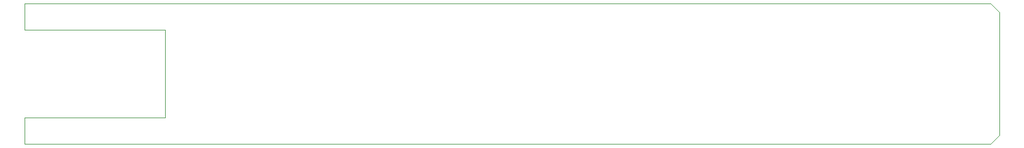
<source format=gbr>
G04 #@! TF.GenerationSoftware,KiCad,Pcbnew,(6.0.6)*
G04 #@! TF.CreationDate,2022-09-21T14:47:18+10:00*
G04 #@! TF.ProjectId,freshboard,66726573-6862-46f6-9172-642e6b696361,rev?*
G04 #@! TF.SameCoordinates,Original*
G04 #@! TF.FileFunction,Profile,NP*
%FSLAX46Y46*%
G04 Gerber Fmt 4.6, Leading zero omitted, Abs format (unit mm)*
G04 Created by KiCad (PCBNEW (6.0.6)) date 2022-09-21 14:47:18*
%MOMM*%
%LPD*%
G01*
G04 APERTURE LIST*
G04 #@! TA.AperFunction,Profile*
%ADD10C,0.100000*%
G04 #@! TD*
G04 APERTURE END LIST*
D10*
X207010000Y-83820000D02*
X208280000Y-85090000D01*
X87630000Y-87630000D02*
X67310000Y-87630000D01*
X67310000Y-87630000D02*
X67310000Y-83820000D01*
X87630000Y-100330000D02*
X87630000Y-87630000D01*
X207010000Y-83820000D02*
X67310000Y-83820000D01*
X208280000Y-102870000D02*
X207010000Y-104140000D01*
X207010000Y-104140000D02*
X67310000Y-104140000D01*
X67310000Y-104140000D02*
X67310000Y-100330000D01*
X208280000Y-85090000D02*
X208280000Y-102870000D01*
X67310000Y-100330000D02*
X87630000Y-100330000D01*
M02*

</source>
